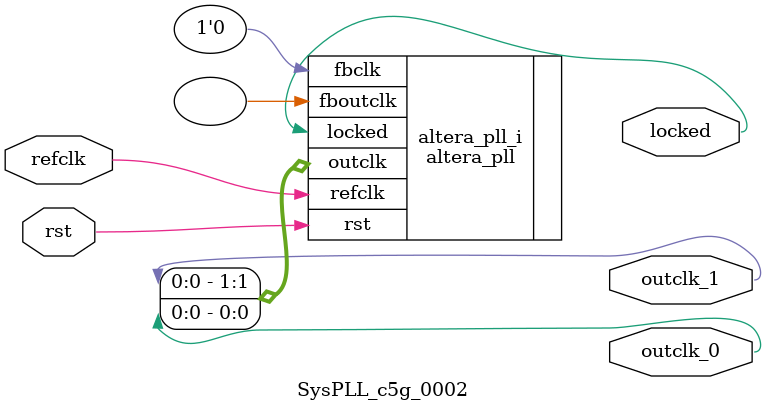
<source format=v>
`timescale 1ns/10ps
module  SysPLL_c5g_0002(

	// interface 'refclk'
	input wire refclk,

	// interface 'reset'
	input wire rst,

	// interface 'outclk0'
	output wire outclk_0,

	// interface 'outclk1'
	output wire outclk_1,

	// interface 'locked'
	output wire locked
);

	altera_pll #(
		.fractional_vco_multiplier("false"),
		.reference_clock_frequency("125.0 MHz"),
		.operation_mode("direct"),
		.number_of_clocks(2),
		.output_clock_frequency0("65.000000 MHz"),
		.phase_shift0("0 ps"),
		.duty_cycle0(50),
		.output_clock_frequency1("1.000000 MHz"),
		.phase_shift1("0 ps"),
		.duty_cycle1(50),
		.output_clock_frequency2("0 MHz"),
		.phase_shift2("0 ps"),
		.duty_cycle2(50),
		.output_clock_frequency3("0 MHz"),
		.phase_shift3("0 ps"),
		.duty_cycle3(50),
		.output_clock_frequency4("0 MHz"),
		.phase_shift4("0 ps"),
		.duty_cycle4(50),
		.output_clock_frequency5("0 MHz"),
		.phase_shift5("0 ps"),
		.duty_cycle5(50),
		.output_clock_frequency6("0 MHz"),
		.phase_shift6("0 ps"),
		.duty_cycle6(50),
		.output_clock_frequency7("0 MHz"),
		.phase_shift7("0 ps"),
		.duty_cycle7(50),
		.output_clock_frequency8("0 MHz"),
		.phase_shift8("0 ps"),
		.duty_cycle8(50),
		.output_clock_frequency9("0 MHz"),
		.phase_shift9("0 ps"),
		.duty_cycle9(50),
		.output_clock_frequency10("0 MHz"),
		.phase_shift10("0 ps"),
		.duty_cycle10(50),
		.output_clock_frequency11("0 MHz"),
		.phase_shift11("0 ps"),
		.duty_cycle11(50),
		.output_clock_frequency12("0 MHz"),
		.phase_shift12("0 ps"),
		.duty_cycle12(50),
		.output_clock_frequency13("0 MHz"),
		.phase_shift13("0 ps"),
		.duty_cycle13(50),
		.output_clock_frequency14("0 MHz"),
		.phase_shift14("0 ps"),
		.duty_cycle14(50),
		.output_clock_frequency15("0 MHz"),
		.phase_shift15("0 ps"),
		.duty_cycle15(50),
		.output_clock_frequency16("0 MHz"),
		.phase_shift16("0 ps"),
		.duty_cycle16(50),
		.output_clock_frequency17("0 MHz"),
		.phase_shift17("0 ps"),
		.duty_cycle17(50),
		.pll_type("General"),
		.pll_subtype("General")
	) altera_pll_i (
		.rst	(rst),
		.outclk	({outclk_1, outclk_0}),
		.locked	(locked),
		.fboutclk	( ),
		.fbclk	(1'b0),
		.refclk	(refclk)
	);
endmodule


</source>
